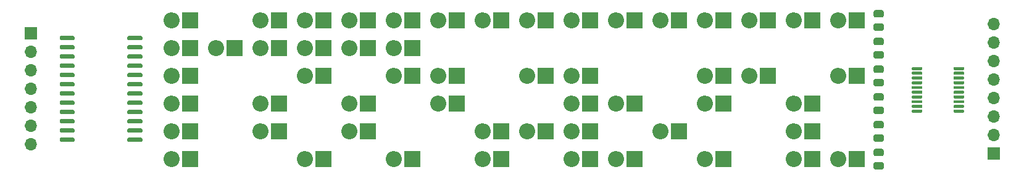
<source format=gbr>
%TF.GenerationSoftware,KiCad,Pcbnew,(5.1.10-1-10_14)*%
%TF.CreationDate,2021-12-11T09:21:19-05:00*%
%TF.ProjectId,control-unit,636f6e74-726f-46c2-9d75-6e69742e6b69,rev?*%
%TF.SameCoordinates,Original*%
%TF.FileFunction,Soldermask,Top*%
%TF.FilePolarity,Negative*%
%FSLAX46Y46*%
G04 Gerber Fmt 4.6, Leading zero omitted, Abs format (unit mm)*
G04 Created by KiCad (PCBNEW (5.1.10-1-10_14)) date 2021-12-11 09:21:19*
%MOMM*%
%LPD*%
G01*
G04 APERTURE LIST*
%ADD10O,2.200000X2.200000*%
%ADD11R,2.200000X2.200000*%
%ADD12O,1.700000X1.700000*%
%ADD13R,1.700000X1.700000*%
G04 APERTURE END LIST*
D10*
%TO.C,D55*%
X245872000Y-128016000D03*
D11*
X248412000Y-128016000D03*
%TD*%
D10*
%TO.C,D54*%
X245872000Y-116586000D03*
D11*
X248412000Y-116586000D03*
%TD*%
D10*
%TO.C,D53*%
X245872000Y-108966000D03*
D11*
X248412000Y-108966000D03*
%TD*%
D10*
%TO.C,D52*%
X239776000Y-128016000D03*
D11*
X242316000Y-128016000D03*
%TD*%
D10*
%TO.C,D51*%
X239776000Y-124206000D03*
D11*
X242316000Y-124206000D03*
%TD*%
D10*
%TO.C,D50*%
X239776000Y-120396000D03*
D11*
X242316000Y-120396000D03*
%TD*%
D10*
%TO.C,D49*%
X239776000Y-108966000D03*
D11*
X242316000Y-108966000D03*
%TD*%
D10*
%TO.C,D48*%
X233680000Y-116586000D03*
D11*
X236220000Y-116586000D03*
%TD*%
D10*
%TO.C,D47*%
X233680000Y-108966000D03*
D11*
X236220000Y-108966000D03*
%TD*%
D10*
%TO.C,D46*%
X227584000Y-128016000D03*
D11*
X230124000Y-128016000D03*
%TD*%
D10*
%TO.C,D45*%
X227584000Y-120396000D03*
D11*
X230124000Y-120396000D03*
%TD*%
D10*
%TO.C,D44*%
X227584000Y-116586000D03*
D11*
X230124000Y-116586000D03*
%TD*%
D10*
%TO.C,D43*%
X227584000Y-108966000D03*
D11*
X230124000Y-108966000D03*
%TD*%
D10*
%TO.C,D42*%
X221488000Y-124206000D03*
D11*
X224028000Y-124206000D03*
%TD*%
D10*
%TO.C,D41*%
X221488000Y-108966000D03*
D11*
X224028000Y-108966000D03*
%TD*%
D10*
%TO.C,D40*%
X215392000Y-128016000D03*
D11*
X217932000Y-128016000D03*
%TD*%
D10*
%TO.C,D39*%
X215392000Y-120396000D03*
D11*
X217932000Y-120396000D03*
%TD*%
D10*
%TO.C,D38*%
X215392000Y-108966000D03*
D11*
X217932000Y-108966000D03*
%TD*%
D10*
%TO.C,D37*%
X209296000Y-128016000D03*
D11*
X211836000Y-128016000D03*
%TD*%
D10*
%TO.C,D36*%
X209296000Y-124206000D03*
D11*
X211836000Y-124206000D03*
%TD*%
D10*
%TO.C,D35*%
X209296000Y-120396000D03*
D11*
X211836000Y-120396000D03*
%TD*%
D10*
%TO.C,D34*%
X209296000Y-116586000D03*
D11*
X211836000Y-116586000D03*
%TD*%
D10*
%TO.C,D33*%
X209296000Y-108966000D03*
D11*
X211836000Y-108966000D03*
%TD*%
D10*
%TO.C,D32*%
X203200000Y-124206000D03*
D11*
X205740000Y-124206000D03*
%TD*%
D10*
%TO.C,D31*%
X203200000Y-116586000D03*
D11*
X205740000Y-116586000D03*
%TD*%
D10*
%TO.C,D30*%
X203200000Y-108966000D03*
D11*
X205740000Y-108966000D03*
%TD*%
D10*
%TO.C,D29*%
X197104000Y-128016000D03*
D11*
X199644000Y-128016000D03*
%TD*%
D10*
%TO.C,D28*%
X197104000Y-124206000D03*
D11*
X199644000Y-124206000D03*
%TD*%
D10*
%TO.C,D27*%
X197104000Y-108966000D03*
D11*
X199644000Y-108966000D03*
%TD*%
D10*
%TO.C,D26*%
X191008000Y-120396000D03*
D11*
X193548000Y-120396000D03*
%TD*%
D10*
%TO.C,D25*%
X191008000Y-116586000D03*
D11*
X193548000Y-116586000D03*
%TD*%
D10*
%TO.C,D24*%
X191008000Y-108966000D03*
D11*
X193548000Y-108966000D03*
%TD*%
D10*
%TO.C,D23*%
X184912000Y-128016000D03*
D11*
X187452000Y-128016000D03*
%TD*%
D10*
%TO.C,D22*%
X184912000Y-116586000D03*
D11*
X187452000Y-116586000D03*
%TD*%
D10*
%TO.C,D21*%
X184912000Y-112776000D03*
D11*
X187452000Y-112776000D03*
%TD*%
D10*
%TO.C,D20*%
X184912000Y-108966000D03*
D11*
X187452000Y-108966000D03*
%TD*%
D10*
%TO.C,D19*%
X178816000Y-124206000D03*
D11*
X181356000Y-124206000D03*
%TD*%
D10*
%TO.C,D18*%
X178816000Y-120396000D03*
D11*
X181356000Y-120396000D03*
%TD*%
D10*
%TO.C,D17*%
X178816000Y-112776000D03*
D11*
X181356000Y-112776000D03*
%TD*%
D10*
%TO.C,D16*%
X178816000Y-108966000D03*
D11*
X181356000Y-108966000D03*
%TD*%
D10*
%TO.C,D15*%
X172720000Y-128016000D03*
D11*
X175260000Y-128016000D03*
%TD*%
D10*
%TO.C,D14*%
X172720000Y-116586000D03*
D11*
X175260000Y-116586000D03*
%TD*%
D10*
%TO.C,D13*%
X172720000Y-112776000D03*
D11*
X175260000Y-112776000D03*
%TD*%
D10*
%TO.C,D12*%
X172720000Y-108966000D03*
D11*
X175260000Y-108966000D03*
%TD*%
D10*
%TO.C,D11*%
X166624000Y-124206000D03*
D11*
X169164000Y-124206000D03*
%TD*%
D10*
%TO.C,D10*%
X166624000Y-120396000D03*
D11*
X169164000Y-120396000D03*
%TD*%
D10*
%TO.C,D9*%
X166624000Y-112776000D03*
D11*
X169164000Y-112776000D03*
%TD*%
D10*
%TO.C,D8*%
X166624000Y-108966000D03*
D11*
X169164000Y-108966000D03*
%TD*%
D10*
%TO.C,D7*%
X160528000Y-112776000D03*
D11*
X163068000Y-112776000D03*
%TD*%
D10*
%TO.C,D6*%
X154432000Y-124206000D03*
D11*
X156972000Y-124206000D03*
%TD*%
D10*
%TO.C,D5*%
X154432000Y-120396000D03*
D11*
X156972000Y-120396000D03*
%TD*%
D10*
%TO.C,D4*%
X154432000Y-116586000D03*
D11*
X156972000Y-116586000D03*
%TD*%
D10*
%TO.C,D3*%
X154432000Y-112776000D03*
D11*
X156972000Y-112776000D03*
%TD*%
D10*
%TO.C,D1*%
X154432000Y-128016000D03*
D11*
X156972000Y-128016000D03*
%TD*%
D10*
%TO.C,D2*%
X154432000Y-108966000D03*
D11*
X156972000Y-108966000D03*
%TD*%
%TO.C,U2*%
G36*
G01*
X261713000Y-115670000D02*
X261713000Y-115470000D01*
G75*
G02*
X261813000Y-115370000I100000J0D01*
G01*
X263088000Y-115370000D01*
G75*
G02*
X263188000Y-115470000I0J-100000D01*
G01*
X263188000Y-115670000D01*
G75*
G02*
X263088000Y-115770000I-100000J0D01*
G01*
X261813000Y-115770000D01*
G75*
G02*
X261713000Y-115670000I0J100000D01*
G01*
G37*
G36*
G01*
X261713000Y-116320000D02*
X261713000Y-116120000D01*
G75*
G02*
X261813000Y-116020000I100000J0D01*
G01*
X263088000Y-116020000D01*
G75*
G02*
X263188000Y-116120000I0J-100000D01*
G01*
X263188000Y-116320000D01*
G75*
G02*
X263088000Y-116420000I-100000J0D01*
G01*
X261813000Y-116420000D01*
G75*
G02*
X261713000Y-116320000I0J100000D01*
G01*
G37*
G36*
G01*
X261713000Y-116970000D02*
X261713000Y-116770000D01*
G75*
G02*
X261813000Y-116670000I100000J0D01*
G01*
X263088000Y-116670000D01*
G75*
G02*
X263188000Y-116770000I0J-100000D01*
G01*
X263188000Y-116970000D01*
G75*
G02*
X263088000Y-117070000I-100000J0D01*
G01*
X261813000Y-117070000D01*
G75*
G02*
X261713000Y-116970000I0J100000D01*
G01*
G37*
G36*
G01*
X261713000Y-117620000D02*
X261713000Y-117420000D01*
G75*
G02*
X261813000Y-117320000I100000J0D01*
G01*
X263088000Y-117320000D01*
G75*
G02*
X263188000Y-117420000I0J-100000D01*
G01*
X263188000Y-117620000D01*
G75*
G02*
X263088000Y-117720000I-100000J0D01*
G01*
X261813000Y-117720000D01*
G75*
G02*
X261713000Y-117620000I0J100000D01*
G01*
G37*
G36*
G01*
X261713000Y-118270000D02*
X261713000Y-118070000D01*
G75*
G02*
X261813000Y-117970000I100000J0D01*
G01*
X263088000Y-117970000D01*
G75*
G02*
X263188000Y-118070000I0J-100000D01*
G01*
X263188000Y-118270000D01*
G75*
G02*
X263088000Y-118370000I-100000J0D01*
G01*
X261813000Y-118370000D01*
G75*
G02*
X261713000Y-118270000I0J100000D01*
G01*
G37*
G36*
G01*
X261713000Y-118920000D02*
X261713000Y-118720000D01*
G75*
G02*
X261813000Y-118620000I100000J0D01*
G01*
X263088000Y-118620000D01*
G75*
G02*
X263188000Y-118720000I0J-100000D01*
G01*
X263188000Y-118920000D01*
G75*
G02*
X263088000Y-119020000I-100000J0D01*
G01*
X261813000Y-119020000D01*
G75*
G02*
X261713000Y-118920000I0J100000D01*
G01*
G37*
G36*
G01*
X261713000Y-119570000D02*
X261713000Y-119370000D01*
G75*
G02*
X261813000Y-119270000I100000J0D01*
G01*
X263088000Y-119270000D01*
G75*
G02*
X263188000Y-119370000I0J-100000D01*
G01*
X263188000Y-119570000D01*
G75*
G02*
X263088000Y-119670000I-100000J0D01*
G01*
X261813000Y-119670000D01*
G75*
G02*
X261713000Y-119570000I0J100000D01*
G01*
G37*
G36*
G01*
X261713000Y-120220000D02*
X261713000Y-120020000D01*
G75*
G02*
X261813000Y-119920000I100000J0D01*
G01*
X263088000Y-119920000D01*
G75*
G02*
X263188000Y-120020000I0J-100000D01*
G01*
X263188000Y-120220000D01*
G75*
G02*
X263088000Y-120320000I-100000J0D01*
G01*
X261813000Y-120320000D01*
G75*
G02*
X261713000Y-120220000I0J100000D01*
G01*
G37*
G36*
G01*
X261713000Y-120870000D02*
X261713000Y-120670000D01*
G75*
G02*
X261813000Y-120570000I100000J0D01*
G01*
X263088000Y-120570000D01*
G75*
G02*
X263188000Y-120670000I0J-100000D01*
G01*
X263188000Y-120870000D01*
G75*
G02*
X263088000Y-120970000I-100000J0D01*
G01*
X261813000Y-120970000D01*
G75*
G02*
X261713000Y-120870000I0J100000D01*
G01*
G37*
G36*
G01*
X261713000Y-121520000D02*
X261713000Y-121320000D01*
G75*
G02*
X261813000Y-121220000I100000J0D01*
G01*
X263088000Y-121220000D01*
G75*
G02*
X263188000Y-121320000I0J-100000D01*
G01*
X263188000Y-121520000D01*
G75*
G02*
X263088000Y-121620000I-100000J0D01*
G01*
X261813000Y-121620000D01*
G75*
G02*
X261713000Y-121520000I0J100000D01*
G01*
G37*
G36*
G01*
X255988000Y-121520000D02*
X255988000Y-121320000D01*
G75*
G02*
X256088000Y-121220000I100000J0D01*
G01*
X257363000Y-121220000D01*
G75*
G02*
X257463000Y-121320000I0J-100000D01*
G01*
X257463000Y-121520000D01*
G75*
G02*
X257363000Y-121620000I-100000J0D01*
G01*
X256088000Y-121620000D01*
G75*
G02*
X255988000Y-121520000I0J100000D01*
G01*
G37*
G36*
G01*
X255988000Y-120870000D02*
X255988000Y-120670000D01*
G75*
G02*
X256088000Y-120570000I100000J0D01*
G01*
X257363000Y-120570000D01*
G75*
G02*
X257463000Y-120670000I0J-100000D01*
G01*
X257463000Y-120870000D01*
G75*
G02*
X257363000Y-120970000I-100000J0D01*
G01*
X256088000Y-120970000D01*
G75*
G02*
X255988000Y-120870000I0J100000D01*
G01*
G37*
G36*
G01*
X255988000Y-120220000D02*
X255988000Y-120020000D01*
G75*
G02*
X256088000Y-119920000I100000J0D01*
G01*
X257363000Y-119920000D01*
G75*
G02*
X257463000Y-120020000I0J-100000D01*
G01*
X257463000Y-120220000D01*
G75*
G02*
X257363000Y-120320000I-100000J0D01*
G01*
X256088000Y-120320000D01*
G75*
G02*
X255988000Y-120220000I0J100000D01*
G01*
G37*
G36*
G01*
X255988000Y-119570000D02*
X255988000Y-119370000D01*
G75*
G02*
X256088000Y-119270000I100000J0D01*
G01*
X257363000Y-119270000D01*
G75*
G02*
X257463000Y-119370000I0J-100000D01*
G01*
X257463000Y-119570000D01*
G75*
G02*
X257363000Y-119670000I-100000J0D01*
G01*
X256088000Y-119670000D01*
G75*
G02*
X255988000Y-119570000I0J100000D01*
G01*
G37*
G36*
G01*
X255988000Y-118920000D02*
X255988000Y-118720000D01*
G75*
G02*
X256088000Y-118620000I100000J0D01*
G01*
X257363000Y-118620000D01*
G75*
G02*
X257463000Y-118720000I0J-100000D01*
G01*
X257463000Y-118920000D01*
G75*
G02*
X257363000Y-119020000I-100000J0D01*
G01*
X256088000Y-119020000D01*
G75*
G02*
X255988000Y-118920000I0J100000D01*
G01*
G37*
G36*
G01*
X255988000Y-118270000D02*
X255988000Y-118070000D01*
G75*
G02*
X256088000Y-117970000I100000J0D01*
G01*
X257363000Y-117970000D01*
G75*
G02*
X257463000Y-118070000I0J-100000D01*
G01*
X257463000Y-118270000D01*
G75*
G02*
X257363000Y-118370000I-100000J0D01*
G01*
X256088000Y-118370000D01*
G75*
G02*
X255988000Y-118270000I0J100000D01*
G01*
G37*
G36*
G01*
X255988000Y-117620000D02*
X255988000Y-117420000D01*
G75*
G02*
X256088000Y-117320000I100000J0D01*
G01*
X257363000Y-117320000D01*
G75*
G02*
X257463000Y-117420000I0J-100000D01*
G01*
X257463000Y-117620000D01*
G75*
G02*
X257363000Y-117720000I-100000J0D01*
G01*
X256088000Y-117720000D01*
G75*
G02*
X255988000Y-117620000I0J100000D01*
G01*
G37*
G36*
G01*
X255988000Y-116970000D02*
X255988000Y-116770000D01*
G75*
G02*
X256088000Y-116670000I100000J0D01*
G01*
X257363000Y-116670000D01*
G75*
G02*
X257463000Y-116770000I0J-100000D01*
G01*
X257463000Y-116970000D01*
G75*
G02*
X257363000Y-117070000I-100000J0D01*
G01*
X256088000Y-117070000D01*
G75*
G02*
X255988000Y-116970000I0J100000D01*
G01*
G37*
G36*
G01*
X255988000Y-116320000D02*
X255988000Y-116120000D01*
G75*
G02*
X256088000Y-116020000I100000J0D01*
G01*
X257363000Y-116020000D01*
G75*
G02*
X257463000Y-116120000I0J-100000D01*
G01*
X257463000Y-116320000D01*
G75*
G02*
X257363000Y-116420000I-100000J0D01*
G01*
X256088000Y-116420000D01*
G75*
G02*
X255988000Y-116320000I0J100000D01*
G01*
G37*
G36*
G01*
X255988000Y-115670000D02*
X255988000Y-115470000D01*
G75*
G02*
X256088000Y-115370000I100000J0D01*
G01*
X257363000Y-115370000D01*
G75*
G02*
X257463000Y-115470000I0J-100000D01*
G01*
X257463000Y-115670000D01*
G75*
G02*
X257363000Y-115770000I-100000J0D01*
G01*
X256088000Y-115770000D01*
G75*
G02*
X255988000Y-115670000I0J100000D01*
G01*
G37*
%TD*%
%TO.C,U1*%
G36*
G01*
X141155000Y-125199000D02*
X141155000Y-125499000D01*
G75*
G02*
X141005000Y-125649000I-150000J0D01*
G01*
X139255000Y-125649000D01*
G75*
G02*
X139105000Y-125499000I0J150000D01*
G01*
X139105000Y-125199000D01*
G75*
G02*
X139255000Y-125049000I150000J0D01*
G01*
X141005000Y-125049000D01*
G75*
G02*
X141155000Y-125199000I0J-150000D01*
G01*
G37*
G36*
G01*
X141155000Y-123929000D02*
X141155000Y-124229000D01*
G75*
G02*
X141005000Y-124379000I-150000J0D01*
G01*
X139255000Y-124379000D01*
G75*
G02*
X139105000Y-124229000I0J150000D01*
G01*
X139105000Y-123929000D01*
G75*
G02*
X139255000Y-123779000I150000J0D01*
G01*
X141005000Y-123779000D01*
G75*
G02*
X141155000Y-123929000I0J-150000D01*
G01*
G37*
G36*
G01*
X141155000Y-122659000D02*
X141155000Y-122959000D01*
G75*
G02*
X141005000Y-123109000I-150000J0D01*
G01*
X139255000Y-123109000D01*
G75*
G02*
X139105000Y-122959000I0J150000D01*
G01*
X139105000Y-122659000D01*
G75*
G02*
X139255000Y-122509000I150000J0D01*
G01*
X141005000Y-122509000D01*
G75*
G02*
X141155000Y-122659000I0J-150000D01*
G01*
G37*
G36*
G01*
X141155000Y-121389000D02*
X141155000Y-121689000D01*
G75*
G02*
X141005000Y-121839000I-150000J0D01*
G01*
X139255000Y-121839000D01*
G75*
G02*
X139105000Y-121689000I0J150000D01*
G01*
X139105000Y-121389000D01*
G75*
G02*
X139255000Y-121239000I150000J0D01*
G01*
X141005000Y-121239000D01*
G75*
G02*
X141155000Y-121389000I0J-150000D01*
G01*
G37*
G36*
G01*
X141155000Y-120119000D02*
X141155000Y-120419000D01*
G75*
G02*
X141005000Y-120569000I-150000J0D01*
G01*
X139255000Y-120569000D01*
G75*
G02*
X139105000Y-120419000I0J150000D01*
G01*
X139105000Y-120119000D01*
G75*
G02*
X139255000Y-119969000I150000J0D01*
G01*
X141005000Y-119969000D01*
G75*
G02*
X141155000Y-120119000I0J-150000D01*
G01*
G37*
G36*
G01*
X141155000Y-118849000D02*
X141155000Y-119149000D01*
G75*
G02*
X141005000Y-119299000I-150000J0D01*
G01*
X139255000Y-119299000D01*
G75*
G02*
X139105000Y-119149000I0J150000D01*
G01*
X139105000Y-118849000D01*
G75*
G02*
X139255000Y-118699000I150000J0D01*
G01*
X141005000Y-118699000D01*
G75*
G02*
X141155000Y-118849000I0J-150000D01*
G01*
G37*
G36*
G01*
X141155000Y-117579000D02*
X141155000Y-117879000D01*
G75*
G02*
X141005000Y-118029000I-150000J0D01*
G01*
X139255000Y-118029000D01*
G75*
G02*
X139105000Y-117879000I0J150000D01*
G01*
X139105000Y-117579000D01*
G75*
G02*
X139255000Y-117429000I150000J0D01*
G01*
X141005000Y-117429000D01*
G75*
G02*
X141155000Y-117579000I0J-150000D01*
G01*
G37*
G36*
G01*
X141155000Y-116309000D02*
X141155000Y-116609000D01*
G75*
G02*
X141005000Y-116759000I-150000J0D01*
G01*
X139255000Y-116759000D01*
G75*
G02*
X139105000Y-116609000I0J150000D01*
G01*
X139105000Y-116309000D01*
G75*
G02*
X139255000Y-116159000I150000J0D01*
G01*
X141005000Y-116159000D01*
G75*
G02*
X141155000Y-116309000I0J-150000D01*
G01*
G37*
G36*
G01*
X141155000Y-115039000D02*
X141155000Y-115339000D01*
G75*
G02*
X141005000Y-115489000I-150000J0D01*
G01*
X139255000Y-115489000D01*
G75*
G02*
X139105000Y-115339000I0J150000D01*
G01*
X139105000Y-115039000D01*
G75*
G02*
X139255000Y-114889000I150000J0D01*
G01*
X141005000Y-114889000D01*
G75*
G02*
X141155000Y-115039000I0J-150000D01*
G01*
G37*
G36*
G01*
X141155000Y-113769000D02*
X141155000Y-114069000D01*
G75*
G02*
X141005000Y-114219000I-150000J0D01*
G01*
X139255000Y-114219000D01*
G75*
G02*
X139105000Y-114069000I0J150000D01*
G01*
X139105000Y-113769000D01*
G75*
G02*
X139255000Y-113619000I150000J0D01*
G01*
X141005000Y-113619000D01*
G75*
G02*
X141155000Y-113769000I0J-150000D01*
G01*
G37*
G36*
G01*
X141155000Y-112499000D02*
X141155000Y-112799000D01*
G75*
G02*
X141005000Y-112949000I-150000J0D01*
G01*
X139255000Y-112949000D01*
G75*
G02*
X139105000Y-112799000I0J150000D01*
G01*
X139105000Y-112499000D01*
G75*
G02*
X139255000Y-112349000I150000J0D01*
G01*
X141005000Y-112349000D01*
G75*
G02*
X141155000Y-112499000I0J-150000D01*
G01*
G37*
G36*
G01*
X141155000Y-111229000D02*
X141155000Y-111529000D01*
G75*
G02*
X141005000Y-111679000I-150000J0D01*
G01*
X139255000Y-111679000D01*
G75*
G02*
X139105000Y-111529000I0J150000D01*
G01*
X139105000Y-111229000D01*
G75*
G02*
X139255000Y-111079000I150000J0D01*
G01*
X141005000Y-111079000D01*
G75*
G02*
X141155000Y-111229000I0J-150000D01*
G01*
G37*
G36*
G01*
X150455000Y-111229000D02*
X150455000Y-111529000D01*
G75*
G02*
X150305000Y-111679000I-150000J0D01*
G01*
X148555000Y-111679000D01*
G75*
G02*
X148405000Y-111529000I0J150000D01*
G01*
X148405000Y-111229000D01*
G75*
G02*
X148555000Y-111079000I150000J0D01*
G01*
X150305000Y-111079000D01*
G75*
G02*
X150455000Y-111229000I0J-150000D01*
G01*
G37*
G36*
G01*
X150455000Y-112499000D02*
X150455000Y-112799000D01*
G75*
G02*
X150305000Y-112949000I-150000J0D01*
G01*
X148555000Y-112949000D01*
G75*
G02*
X148405000Y-112799000I0J150000D01*
G01*
X148405000Y-112499000D01*
G75*
G02*
X148555000Y-112349000I150000J0D01*
G01*
X150305000Y-112349000D01*
G75*
G02*
X150455000Y-112499000I0J-150000D01*
G01*
G37*
G36*
G01*
X150455000Y-113769000D02*
X150455000Y-114069000D01*
G75*
G02*
X150305000Y-114219000I-150000J0D01*
G01*
X148555000Y-114219000D01*
G75*
G02*
X148405000Y-114069000I0J150000D01*
G01*
X148405000Y-113769000D01*
G75*
G02*
X148555000Y-113619000I150000J0D01*
G01*
X150305000Y-113619000D01*
G75*
G02*
X150455000Y-113769000I0J-150000D01*
G01*
G37*
G36*
G01*
X150455000Y-115039000D02*
X150455000Y-115339000D01*
G75*
G02*
X150305000Y-115489000I-150000J0D01*
G01*
X148555000Y-115489000D01*
G75*
G02*
X148405000Y-115339000I0J150000D01*
G01*
X148405000Y-115039000D01*
G75*
G02*
X148555000Y-114889000I150000J0D01*
G01*
X150305000Y-114889000D01*
G75*
G02*
X150455000Y-115039000I0J-150000D01*
G01*
G37*
G36*
G01*
X150455000Y-116309000D02*
X150455000Y-116609000D01*
G75*
G02*
X150305000Y-116759000I-150000J0D01*
G01*
X148555000Y-116759000D01*
G75*
G02*
X148405000Y-116609000I0J150000D01*
G01*
X148405000Y-116309000D01*
G75*
G02*
X148555000Y-116159000I150000J0D01*
G01*
X150305000Y-116159000D01*
G75*
G02*
X150455000Y-116309000I0J-150000D01*
G01*
G37*
G36*
G01*
X150455000Y-117579000D02*
X150455000Y-117879000D01*
G75*
G02*
X150305000Y-118029000I-150000J0D01*
G01*
X148555000Y-118029000D01*
G75*
G02*
X148405000Y-117879000I0J150000D01*
G01*
X148405000Y-117579000D01*
G75*
G02*
X148555000Y-117429000I150000J0D01*
G01*
X150305000Y-117429000D01*
G75*
G02*
X150455000Y-117579000I0J-150000D01*
G01*
G37*
G36*
G01*
X150455000Y-118849000D02*
X150455000Y-119149000D01*
G75*
G02*
X150305000Y-119299000I-150000J0D01*
G01*
X148555000Y-119299000D01*
G75*
G02*
X148405000Y-119149000I0J150000D01*
G01*
X148405000Y-118849000D01*
G75*
G02*
X148555000Y-118699000I150000J0D01*
G01*
X150305000Y-118699000D01*
G75*
G02*
X150455000Y-118849000I0J-150000D01*
G01*
G37*
G36*
G01*
X150455000Y-120119000D02*
X150455000Y-120419000D01*
G75*
G02*
X150305000Y-120569000I-150000J0D01*
G01*
X148555000Y-120569000D01*
G75*
G02*
X148405000Y-120419000I0J150000D01*
G01*
X148405000Y-120119000D01*
G75*
G02*
X148555000Y-119969000I150000J0D01*
G01*
X150305000Y-119969000D01*
G75*
G02*
X150455000Y-120119000I0J-150000D01*
G01*
G37*
G36*
G01*
X150455000Y-121389000D02*
X150455000Y-121689000D01*
G75*
G02*
X150305000Y-121839000I-150000J0D01*
G01*
X148555000Y-121839000D01*
G75*
G02*
X148405000Y-121689000I0J150000D01*
G01*
X148405000Y-121389000D01*
G75*
G02*
X148555000Y-121239000I150000J0D01*
G01*
X150305000Y-121239000D01*
G75*
G02*
X150455000Y-121389000I0J-150000D01*
G01*
G37*
G36*
G01*
X150455000Y-122659000D02*
X150455000Y-122959000D01*
G75*
G02*
X150305000Y-123109000I-150000J0D01*
G01*
X148555000Y-123109000D01*
G75*
G02*
X148405000Y-122959000I0J150000D01*
G01*
X148405000Y-122659000D01*
G75*
G02*
X148555000Y-122509000I150000J0D01*
G01*
X150305000Y-122509000D01*
G75*
G02*
X150455000Y-122659000I0J-150000D01*
G01*
G37*
G36*
G01*
X150455000Y-123929000D02*
X150455000Y-124229000D01*
G75*
G02*
X150305000Y-124379000I-150000J0D01*
G01*
X148555000Y-124379000D01*
G75*
G02*
X148405000Y-124229000I0J150000D01*
G01*
X148405000Y-123929000D01*
G75*
G02*
X148555000Y-123779000I150000J0D01*
G01*
X150305000Y-123779000D01*
G75*
G02*
X150455000Y-123929000I0J-150000D01*
G01*
G37*
G36*
G01*
X150455000Y-125199000D02*
X150455000Y-125499000D01*
G75*
G02*
X150305000Y-125649000I-150000J0D01*
G01*
X148555000Y-125649000D01*
G75*
G02*
X148405000Y-125499000I0J150000D01*
G01*
X148405000Y-125199000D01*
G75*
G02*
X148555000Y-125049000I150000J0D01*
G01*
X150305000Y-125049000D01*
G75*
G02*
X150455000Y-125199000I0J-150000D01*
G01*
G37*
%TD*%
D12*
%TO.C,J2*%
X267208000Y-109474000D03*
X267208000Y-112014000D03*
X267208000Y-114554000D03*
X267208000Y-117094000D03*
X267208000Y-119634000D03*
X267208000Y-122174000D03*
X267208000Y-124714000D03*
D13*
X267208000Y-127254000D03*
%TD*%
D12*
%TO.C,J1*%
X135128000Y-125984000D03*
X135128000Y-123444000D03*
X135128000Y-120904000D03*
X135128000Y-118364000D03*
X135128000Y-115824000D03*
X135128000Y-113284000D03*
D13*
X135128000Y-110744000D03*
%TD*%
%TO.C,R6*%
G36*
G01*
X251009998Y-128416000D02*
X251910002Y-128416000D01*
G75*
G02*
X252160000Y-128665998I0J-249998D01*
G01*
X252160000Y-129191002D01*
G75*
G02*
X251910002Y-129441000I-249998J0D01*
G01*
X251009998Y-129441000D01*
G75*
G02*
X250760000Y-129191002I0J249998D01*
G01*
X250760000Y-128665998D01*
G75*
G02*
X251009998Y-128416000I249998J0D01*
G01*
G37*
G36*
G01*
X251009998Y-126591000D02*
X251910002Y-126591000D01*
G75*
G02*
X252160000Y-126840998I0J-249998D01*
G01*
X252160000Y-127366002D01*
G75*
G02*
X251910002Y-127616000I-249998J0D01*
G01*
X251009998Y-127616000D01*
G75*
G02*
X250760000Y-127366002I0J249998D01*
G01*
X250760000Y-126840998D01*
G75*
G02*
X251009998Y-126591000I249998J0D01*
G01*
G37*
%TD*%
%TO.C,R5*%
G36*
G01*
X251009998Y-124606000D02*
X251910002Y-124606000D01*
G75*
G02*
X252160000Y-124855998I0J-249998D01*
G01*
X252160000Y-125381002D01*
G75*
G02*
X251910002Y-125631000I-249998J0D01*
G01*
X251009998Y-125631000D01*
G75*
G02*
X250760000Y-125381002I0J249998D01*
G01*
X250760000Y-124855998D01*
G75*
G02*
X251009998Y-124606000I249998J0D01*
G01*
G37*
G36*
G01*
X251009998Y-122781000D02*
X251910002Y-122781000D01*
G75*
G02*
X252160000Y-123030998I0J-249998D01*
G01*
X252160000Y-123556002D01*
G75*
G02*
X251910002Y-123806000I-249998J0D01*
G01*
X251009998Y-123806000D01*
G75*
G02*
X250760000Y-123556002I0J249998D01*
G01*
X250760000Y-123030998D01*
G75*
G02*
X251009998Y-122781000I249998J0D01*
G01*
G37*
%TD*%
%TO.C,R4*%
G36*
G01*
X251009998Y-120796000D02*
X251910002Y-120796000D01*
G75*
G02*
X252160000Y-121045998I0J-249998D01*
G01*
X252160000Y-121571002D01*
G75*
G02*
X251910002Y-121821000I-249998J0D01*
G01*
X251009998Y-121821000D01*
G75*
G02*
X250760000Y-121571002I0J249998D01*
G01*
X250760000Y-121045998D01*
G75*
G02*
X251009998Y-120796000I249998J0D01*
G01*
G37*
G36*
G01*
X251009998Y-118971000D02*
X251910002Y-118971000D01*
G75*
G02*
X252160000Y-119220998I0J-249998D01*
G01*
X252160000Y-119746002D01*
G75*
G02*
X251910002Y-119996000I-249998J0D01*
G01*
X251009998Y-119996000D01*
G75*
G02*
X250760000Y-119746002I0J249998D01*
G01*
X250760000Y-119220998D01*
G75*
G02*
X251009998Y-118971000I249998J0D01*
G01*
G37*
%TD*%
%TO.C,R3*%
G36*
G01*
X251009998Y-116986000D02*
X251910002Y-116986000D01*
G75*
G02*
X252160000Y-117235998I0J-249998D01*
G01*
X252160000Y-117761002D01*
G75*
G02*
X251910002Y-118011000I-249998J0D01*
G01*
X251009998Y-118011000D01*
G75*
G02*
X250760000Y-117761002I0J249998D01*
G01*
X250760000Y-117235998D01*
G75*
G02*
X251009998Y-116986000I249998J0D01*
G01*
G37*
G36*
G01*
X251009998Y-115161000D02*
X251910002Y-115161000D01*
G75*
G02*
X252160000Y-115410998I0J-249998D01*
G01*
X252160000Y-115936002D01*
G75*
G02*
X251910002Y-116186000I-249998J0D01*
G01*
X251009998Y-116186000D01*
G75*
G02*
X250760000Y-115936002I0J249998D01*
G01*
X250760000Y-115410998D01*
G75*
G02*
X251009998Y-115161000I249998J0D01*
G01*
G37*
%TD*%
%TO.C,R2*%
G36*
G01*
X251009998Y-113176000D02*
X251910002Y-113176000D01*
G75*
G02*
X252160000Y-113425998I0J-249998D01*
G01*
X252160000Y-113951002D01*
G75*
G02*
X251910002Y-114201000I-249998J0D01*
G01*
X251009998Y-114201000D01*
G75*
G02*
X250760000Y-113951002I0J249998D01*
G01*
X250760000Y-113425998D01*
G75*
G02*
X251009998Y-113176000I249998J0D01*
G01*
G37*
G36*
G01*
X251009998Y-111351000D02*
X251910002Y-111351000D01*
G75*
G02*
X252160000Y-111600998I0J-249998D01*
G01*
X252160000Y-112126002D01*
G75*
G02*
X251910002Y-112376000I-249998J0D01*
G01*
X251009998Y-112376000D01*
G75*
G02*
X250760000Y-112126002I0J249998D01*
G01*
X250760000Y-111600998D01*
G75*
G02*
X251009998Y-111351000I249998J0D01*
G01*
G37*
%TD*%
%TO.C,R1*%
G36*
G01*
X251009998Y-109366000D02*
X251910002Y-109366000D01*
G75*
G02*
X252160000Y-109615998I0J-249998D01*
G01*
X252160000Y-110141002D01*
G75*
G02*
X251910002Y-110391000I-249998J0D01*
G01*
X251009998Y-110391000D01*
G75*
G02*
X250760000Y-110141002I0J249998D01*
G01*
X250760000Y-109615998D01*
G75*
G02*
X251009998Y-109366000I249998J0D01*
G01*
G37*
G36*
G01*
X251009998Y-107541000D02*
X251910002Y-107541000D01*
G75*
G02*
X252160000Y-107790998I0J-249998D01*
G01*
X252160000Y-108316002D01*
G75*
G02*
X251910002Y-108566000I-249998J0D01*
G01*
X251009998Y-108566000D01*
G75*
G02*
X250760000Y-108316002I0J249998D01*
G01*
X250760000Y-107790998D01*
G75*
G02*
X251009998Y-107541000I249998J0D01*
G01*
G37*
%TD*%
M02*

</source>
